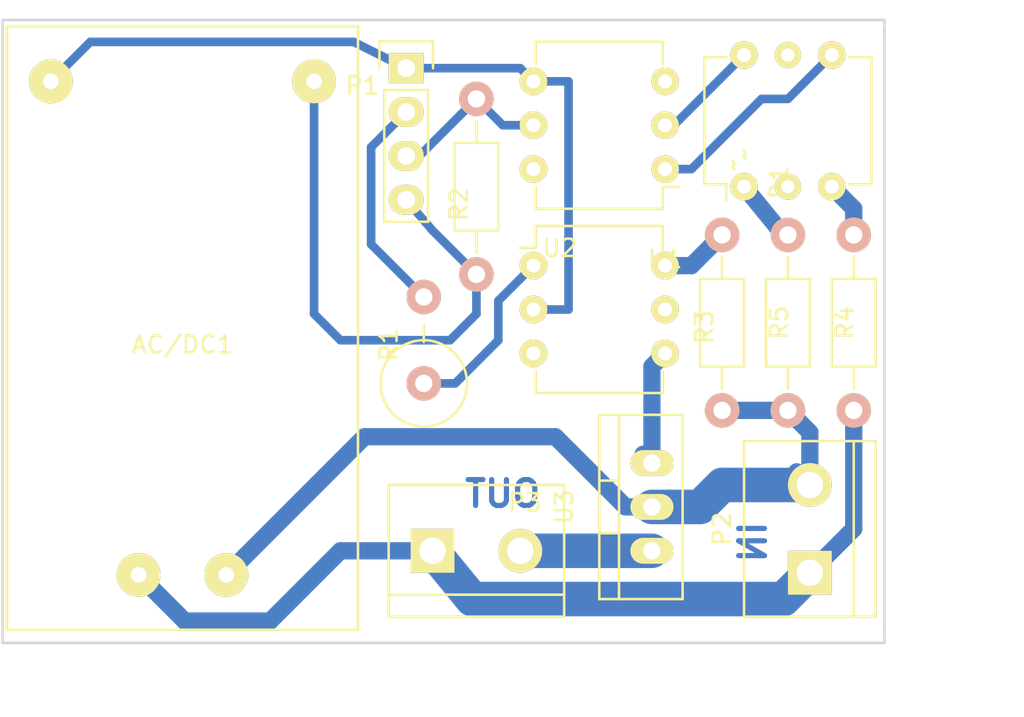
<source format=kicad_pcb>
(kicad_pcb (version 4) (host pcbnew 4.0.1-stable)

  (general
    (links 23)
    (no_connects 0)
    (area 112.954999 98.645 176.148 142.400001)
    (thickness 1.6)
    (drawings 11)
    (tracks 65)
    (zones 0)
    (modules 13)
    (nets 15)
  )

  (page A4)
  (layers
    (0 F.Cu signal)
    (31 B.Cu signal)
    (32 B.Adhes user)
    (33 F.Adhes user)
    (34 B.Paste user)
    (35 F.Paste user)
    (36 B.SilkS user)
    (37 F.SilkS user)
    (38 B.Mask user)
    (39 F.Mask user)
    (40 Dwgs.User user)
    (41 Cmts.User user)
    (42 Eco1.User user)
    (43 Eco2.User user)
    (44 Edge.Cuts user)
    (45 Margin user)
    (46 B.CrtYd user)
    (47 F.CrtYd user)
    (48 B.Fab user)
    (49 F.Fab user)
  )

  (setup
    (last_trace_width 0.5)
    (user_trace_width 0.5)
    (user_trace_width 1)
    (user_trace_width 1.5)
    (user_trace_width 2)
    (user_trace_width 3)
    (user_trace_width 4)
    (trace_clearance 0.2)
    (zone_clearance 0.508)
    (zone_45_only no)
    (trace_min 0.2)
    (segment_width 0.2)
    (edge_width 0.15)
    (via_size 0.6)
    (via_drill 0.4)
    (via_min_size 0.4)
    (via_min_drill 0.3)
    (uvia_size 0.3)
    (uvia_drill 0.1)
    (uvias_allowed no)
    (uvia_min_size 0.2)
    (uvia_min_drill 0.1)
    (pcb_text_width 0.3)
    (pcb_text_size 1.5 1.5)
    (mod_edge_width 0.15)
    (mod_text_size 1 1)
    (mod_text_width 0.15)
    (pad_size 1.524 1.524)
    (pad_drill 0.762)
    (pad_to_mask_clearance 0.2)
    (aux_axis_origin 0 0)
    (visible_elements 7FFFFFFF)
    (pcbplotparams
      (layerselection 0x00030_80000001)
      (usegerberextensions false)
      (excludeedgelayer true)
      (linewidth 0.100000)
      (plotframeref false)
      (viasonmask false)
      (mode 1)
      (useauxorigin false)
      (hpglpennumber 1)
      (hpglpenspeed 20)
      (hpglpendiameter 15)
      (hpglpenoverlay 2)
      (psnegative false)
      (psa4output false)
      (plotreference true)
      (plotvalue true)
      (plotinvisibletext false)
      (padsonsilk false)
      (subtractmaskfromsilk false)
      (outputformat 1)
      (mirror false)
      (drillshape 1)
      (scaleselection 1)
      (outputdirectory ""))
  )

  (net 0 "")
  (net 1 "Net-(D1-Pad2)")
  (net 2 "Net-(D1-Pad4)")
  (net 3 "Net-(P1-Pad2)")
  (net 4 "Net-(P1-Pad3)")
  (net 5 +5V)
  (net 6 "Net-(P3-Pad2)")
  (net 7 "Net-(D1-Pad1)")
  (net 8 "Net-(D1-Pad3)")
  (net 9 GND)
  (net 10 "Net-(R1-Pad1)")
  (net 11 "Net-(R3-Pad2)")
  (net 12 "Net-(U2-Pad4)")
  (net 13 "Net-(AC/DC1-Pad1)")
  (net 14 "Net-(AC/DC1-Pad2)")

  (net_class Default "This is the default net class."
    (clearance 0.2)
    (trace_width 0.5)
    (via_dia 0.6)
    (via_drill 0.4)
    (uvia_dia 0.3)
    (uvia_drill 0.1)
    (add_net +5V)
    (add_net GND)
    (add_net "Net-(AC/DC1-Pad1)")
    (add_net "Net-(AC/DC1-Pad2)")
    (add_net "Net-(D1-Pad1)")
    (add_net "Net-(D1-Pad2)")
    (add_net "Net-(D1-Pad3)")
    (add_net "Net-(D1-Pad4)")
    (add_net "Net-(P1-Pad2)")
    (add_net "Net-(P1-Pad3)")
    (add_net "Net-(P3-Pad2)")
    (add_net "Net-(R1-Pad1)")
    (add_net "Net-(R3-Pad2)")
    (add_net "Net-(U2-Pad4)")
  )

  (net_class 2x ""
    (clearance 0.2)
    (trace_width 1)
    (via_dia 0.6)
    (via_drill 0.4)
    (uvia_dia 0.3)
    (uvia_drill 0.1)
  )

  (net_class 3x ""
    (clearance 0.2)
    (trace_width 1.5)
    (via_dia 0.6)
    (via_drill 0.4)
    (uvia_dia 0.3)
    (uvia_drill 0.1)
  )

  (net_class 4x ""
    (clearance 0.2)
    (trace_width 2)
    (via_dia 0.6)
    (via_drill 0.4)
    (uvia_dia 0.3)
    (uvia_drill 0.1)
  )

  (module Connect:bornier2 (layer F.Cu) (tedit 0) (tstamp 57DCBADA)
    (at 159.766 129.54 90)
    (descr "Bornier d'alimentation 2 pins")
    (tags DEV)
    (path /57DC3258)
    (fp_text reference P2 (at 0 -5.08 90) (layer F.SilkS)
      (effects (font (size 1 1) (thickness 0.15)))
    )
    (fp_text value "INPUT 230V" (at 0 5.08 90) (layer F.Fab)
      (effects (font (size 1 1) (thickness 0.15)))
    )
    (fp_line (start 5.08 2.54) (end -5.08 2.54) (layer F.SilkS) (width 0.15))
    (fp_line (start 5.08 3.81) (end 5.08 -3.81) (layer F.SilkS) (width 0.15))
    (fp_line (start 5.08 -3.81) (end -5.08 -3.81) (layer F.SilkS) (width 0.15))
    (fp_line (start -5.08 -3.81) (end -5.08 3.81) (layer F.SilkS) (width 0.15))
    (fp_line (start -5.08 3.81) (end 5.08 3.81) (layer F.SilkS) (width 0.15))
    (pad 1 thru_hole rect (at -2.54 0 90) (size 2.54 2.54) (drill 1.524) (layers *.Cu *.Mask F.SilkS)
      (net 14 "Net-(AC/DC1-Pad2)"))
    (pad 2 thru_hole circle (at 2.54 0 90) (size 2.54 2.54) (drill 1.524) (layers *.Cu *.Mask F.SilkS)
      (net 13 "Net-(AC/DC1-Pad1)"))
    (model Connect.3dshapes/bornier2.wrl
      (at (xyz 0 0 0))
      (scale (xyz 1 1 1))
      (rotate (xyz 0 0 0))
    )
  )

  (module Connect:bornier2 (layer F.Cu) (tedit 57DC6E0E) (tstamp 57DCBAE5)
    (at 140.462 130.81)
    (descr "Bornier d'alimentation 2 pins")
    (tags DEV)
    (path /57DC32E4)
    (fp_text reference P3 (at 2.794 -2.794) (layer F.SilkS)
      (effects (font (size 1 1) (thickness 0.15)))
    )
    (fp_text value "OUTPUT LOAD" (at 0 5.08) (layer F.Fab)
      (effects (font (size 1 1) (thickness 0.15)))
    )
    (fp_line (start 5.08 2.54) (end -5.08 2.54) (layer F.SilkS) (width 0.15))
    (fp_line (start 5.08 3.81) (end 5.08 -3.81) (layer F.SilkS) (width 0.15))
    (fp_line (start 5.08 -3.81) (end -5.08 -3.81) (layer F.SilkS) (width 0.15))
    (fp_line (start -5.08 -3.81) (end -5.08 3.81) (layer F.SilkS) (width 0.15))
    (fp_line (start -5.08 3.81) (end 5.08 3.81) (layer F.SilkS) (width 0.15))
    (pad 1 thru_hole rect (at -2.54 0) (size 2.54 2.54) (drill 1.524) (layers *.Cu *.Mask F.SilkS)
      (net 14 "Net-(AC/DC1-Pad2)"))
    (pad 2 thru_hole circle (at 2.54 0) (size 2.54 2.54) (drill 1.524) (layers *.Cu *.Mask F.SilkS)
      (net 6 "Net-(P3-Pad2)"))
    (model Connect.3dshapes/bornier2.wrl
      (at (xyz 0 0 0))
      (scale (xyz 1 1 1))
      (rotate (xyz 0 0 0))
    )
  )

  (module Housings_DIP:DIP-6_W7.62mm (layer F.Cu) (tedit 57DC6DCC) (tstamp 57DD1278)
    (at 151.384 108.712 180)
    (descr "6-lead dip package, row spacing 7.62 mm (300 mils)")
    (tags "dil dip 2.54 300")
    (path /57DC31C7)
    (fp_text reference U1 (at 0 -5.22 180) (layer F.SilkS)
      (effects (font (size 1 1) (thickness 0.15)))
    )
    (fp_text value 4N25 (at 2.794 2.54 270) (layer F.Fab)
      (effects (font (size 1 1) (thickness 0.15)))
    )
    (fp_line (start -1.05 -2.45) (end -1.05 7.55) (layer F.CrtYd) (width 0.05))
    (fp_line (start 8.65 -2.45) (end 8.65 7.55) (layer F.CrtYd) (width 0.05))
    (fp_line (start -1.05 -2.45) (end 8.65 -2.45) (layer F.CrtYd) (width 0.05))
    (fp_line (start -1.05 7.55) (end 8.65 7.55) (layer F.CrtYd) (width 0.05))
    (fp_line (start 0.135 -2.295) (end 0.135 -1.025) (layer F.SilkS) (width 0.15))
    (fp_line (start 7.485 -2.295) (end 7.485 -1.025) (layer F.SilkS) (width 0.15))
    (fp_line (start 7.485 7.375) (end 7.485 6.105) (layer F.SilkS) (width 0.15))
    (fp_line (start 0.135 7.375) (end 0.135 6.105) (layer F.SilkS) (width 0.15))
    (fp_line (start 0.135 -2.295) (end 7.485 -2.295) (layer F.SilkS) (width 0.15))
    (fp_line (start 0.135 7.375) (end 7.485 7.375) (layer F.SilkS) (width 0.15))
    (fp_line (start 0.135 -1.025) (end -0.8 -1.025) (layer F.SilkS) (width 0.15))
    (pad 1 thru_hole oval (at 0 0 180) (size 1.6 1.6) (drill 0.8) (layers *.Cu *.Mask F.SilkS)
      (net 8 "Net-(D1-Pad3)"))
    (pad 2 thru_hole oval (at 0 2.54 180) (size 1.6 1.6) (drill 0.8) (layers *.Cu *.Mask F.SilkS)
      (net 2 "Net-(D1-Pad4)"))
    (pad 3 thru_hole oval (at 0 5.08 180) (size 1.6 1.6) (drill 0.8) (layers *.Cu *.Mask F.SilkS))
    (pad 4 thru_hole oval (at 7.62 5.08 180) (size 1.6 1.6) (drill 0.8) (layers *.Cu *.Mask F.SilkS)
      (net 9 GND))
    (pad 5 thru_hole oval (at 7.62 2.54 180) (size 1.6 1.6) (drill 0.8) (layers *.Cu *.Mask F.SilkS)
      (net 4 "Net-(P1-Pad3)"))
    (pad 6 thru_hole oval (at 7.62 0 180) (size 1.6 1.6) (drill 0.8) (layers *.Cu *.Mask F.SilkS))
    (model Housings_DIP.3dshapes/DIP-6_W7.62mm.wrl
      (at (xyz 0 0 0))
      (scale (xyz 1 1 1))
      (rotate (xyz 0 0 0))
    )
  )

  (module Housings_DIP:DIP-6_W7.62mm (layer F.Cu) (tedit 57DC6E2E) (tstamp 57DD128D)
    (at 143.764 114.3)
    (descr "6-lead dip package, row spacing 7.62 mm (300 mils)")
    (tags "dil dip 2.54 300")
    (path /57DC3194)
    (fp_text reference U2 (at 1.524 -1.016) (layer F.SilkS)
      (effects (font (size 1 1) (thickness 0.15)))
    )
    (fp_text value MOC3020M (at 5.08 2.794 90) (layer F.Fab)
      (effects (font (size 1 1) (thickness 0.15)))
    )
    (fp_line (start -1.05 -2.45) (end -1.05 7.55) (layer F.CrtYd) (width 0.05))
    (fp_line (start 8.65 -2.45) (end 8.65 7.55) (layer F.CrtYd) (width 0.05))
    (fp_line (start -1.05 -2.45) (end 8.65 -2.45) (layer F.CrtYd) (width 0.05))
    (fp_line (start -1.05 7.55) (end 8.65 7.55) (layer F.CrtYd) (width 0.05))
    (fp_line (start 0.135 -2.295) (end 0.135 -1.025) (layer F.SilkS) (width 0.15))
    (fp_line (start 7.485 -2.295) (end 7.485 -1.025) (layer F.SilkS) (width 0.15))
    (fp_line (start 7.485 7.375) (end 7.485 6.105) (layer F.SilkS) (width 0.15))
    (fp_line (start 0.135 7.375) (end 0.135 6.105) (layer F.SilkS) (width 0.15))
    (fp_line (start 0.135 -2.295) (end 7.485 -2.295) (layer F.SilkS) (width 0.15))
    (fp_line (start 0.135 7.375) (end 7.485 7.375) (layer F.SilkS) (width 0.15))
    (fp_line (start 0.135 -1.025) (end -0.8 -1.025) (layer F.SilkS) (width 0.15))
    (pad 1 thru_hole oval (at 0 0) (size 1.6 1.6) (drill 0.8) (layers *.Cu *.Mask F.SilkS)
      (net 10 "Net-(R1-Pad1)"))
    (pad 2 thru_hole oval (at 0 2.54) (size 1.6 1.6) (drill 0.8) (layers *.Cu *.Mask F.SilkS)
      (net 9 GND))
    (pad 3 thru_hole oval (at 0 5.08) (size 1.6 1.6) (drill 0.8) (layers *.Cu *.Mask F.SilkS))
    (pad 4 thru_hole oval (at 7.62 5.08) (size 1.6 1.6) (drill 0.8) (layers *.Cu *.Mask F.SilkS)
      (net 12 "Net-(U2-Pad4)"))
    (pad 5 thru_hole oval (at 7.62 2.54) (size 1.6 1.6) (drill 0.8) (layers *.Cu *.Mask F.SilkS))
    (pad 6 thru_hole oval (at 7.62 0) (size 1.6 1.6) (drill 0.8) (layers *.Cu *.Mask F.SilkS)
      (net 11 "Net-(R3-Pad2)"))
    (model Housings_DIP.3dshapes/DIP-6_W7.62mm.wrl
      (at (xyz 0 0 0))
      (scale (xyz 1 1 1))
      (rotate (xyz 0 0 0))
    )
  )

  (module TO_SOT_Packages_THT:TO-220_Neutral123_Vertical (layer F.Cu) (tedit 57DC6E43) (tstamp 57DD6BBF)
    (at 150.622 128.27 90)
    (descr "TO-220, Neutral, Vertical,")
    (tags "TO-220, Neutral, Vertical,")
    (path /57DC3131)
    (fp_text reference U3 (at 0 -5.08 90) (layer F.SilkS)
      (effects (font (size 1 1) (thickness 0.15)))
    )
    (fp_text value TRIAC (at -0.762 -2.794 90) (layer F.Fab)
      (effects (font (size 1 1) (thickness 0.15)))
    )
    (fp_line (start -1.524 -3.048) (end -1.524 -1.905) (layer F.SilkS) (width 0.15))
    (fp_line (start 1.524 -3.048) (end 1.524 -1.905) (layer F.SilkS) (width 0.15))
    (fp_line (start 5.334 -1.905) (end 5.334 1.778) (layer F.SilkS) (width 0.15))
    (fp_line (start 5.334 1.778) (end -5.334 1.778) (layer F.SilkS) (width 0.15))
    (fp_line (start -5.334 1.778) (end -5.334 -1.905) (layer F.SilkS) (width 0.15))
    (fp_line (start 5.334 -3.048) (end 5.334 -1.905) (layer F.SilkS) (width 0.15))
    (fp_line (start 5.334 -1.905) (end -5.334 -1.905) (layer F.SilkS) (width 0.15))
    (fp_line (start -5.334 -1.905) (end -5.334 -3.048) (layer F.SilkS) (width 0.15))
    (fp_line (start 0 -3.048) (end -5.334 -3.048) (layer F.SilkS) (width 0.15))
    (fp_line (start 0 -3.048) (end 5.334 -3.048) (layer F.SilkS) (width 0.15))
    (pad 2 thru_hole oval (at 0 0 180) (size 2.49936 1.50114) (drill 1.00076) (layers *.Cu *.Mask F.SilkS)
      (net 13 "Net-(AC/DC1-Pad1)"))
    (pad 1 thru_hole oval (at -2.54 0 180) (size 2.49936 1.50114) (drill 1.00076) (layers *.Cu *.Mask F.SilkS)
      (net 6 "Net-(P3-Pad2)"))
    (pad 3 thru_hole oval (at 2.54 0 180) (size 2.49936 1.50114) (drill 1.00076) (layers *.Cu *.Mask F.SilkS)
      (net 12 "Net-(U2-Pad4)"))
    (model TO_SOT_Packages_THT.3dshapes/TO-220_Neutral123_Vertical.wrl
      (at (xyz 0 0 0))
      (scale (xyz 0.3937 0.3937 0.3937))
      (rotate (xyz 0 0 0))
    )
  )

  (module Pin_Headers:Pin_Header_Straight_1x04 (layer F.Cu) (tedit 57DC6E38) (tstamp 57DE2D37)
    (at 136.398 102.87)
    (descr "Through hole pin header")
    (tags "pin header")
    (path /57DC618A)
    (fp_text reference P1 (at -2.54 1.016) (layer F.SilkS)
      (effects (font (size 1 1) (thickness 0.15)))
    )
    (fp_text value Controller (at 0 -3.1) (layer F.Fab)
      (effects (font (size 1 1) (thickness 0.15)))
    )
    (fp_line (start -1.75 -1.75) (end -1.75 9.4) (layer F.CrtYd) (width 0.05))
    (fp_line (start 1.75 -1.75) (end 1.75 9.4) (layer F.CrtYd) (width 0.05))
    (fp_line (start -1.75 -1.75) (end 1.75 -1.75) (layer F.CrtYd) (width 0.05))
    (fp_line (start -1.75 9.4) (end 1.75 9.4) (layer F.CrtYd) (width 0.05))
    (fp_line (start -1.27 1.27) (end -1.27 8.89) (layer F.SilkS) (width 0.15))
    (fp_line (start 1.27 1.27) (end 1.27 8.89) (layer F.SilkS) (width 0.15))
    (fp_line (start 1.55 -1.55) (end 1.55 0) (layer F.SilkS) (width 0.15))
    (fp_line (start -1.27 8.89) (end 1.27 8.89) (layer F.SilkS) (width 0.15))
    (fp_line (start 1.27 1.27) (end -1.27 1.27) (layer F.SilkS) (width 0.15))
    (fp_line (start -1.55 0) (end -1.55 -1.55) (layer F.SilkS) (width 0.15))
    (fp_line (start -1.55 -1.55) (end 1.55 -1.55) (layer F.SilkS) (width 0.15))
    (pad 1 thru_hole rect (at 0 0) (size 2.032 1.7272) (drill 1.016) (layers *.Cu *.Mask F.SilkS)
      (net 9 GND))
    (pad 2 thru_hole oval (at 0 2.54) (size 2.032 1.7272) (drill 1.016) (layers *.Cu *.Mask F.SilkS)
      (net 3 "Net-(P1-Pad2)"))
    (pad 3 thru_hole oval (at 0 5.08) (size 2.032 1.7272) (drill 1.016) (layers *.Cu *.Mask F.SilkS)
      (net 4 "Net-(P1-Pad3)"))
    (pad 4 thru_hole oval (at 0 7.62) (size 2.032 1.7272) (drill 1.016) (layers *.Cu *.Mask F.SilkS)
      (net 5 +5V))
    (model Pin_Headers.3dshapes/Pin_Header_Straight_1x04.wrl
      (at (xyz 0 -0.15 0))
      (scale (xyz 1 1 1))
      (rotate (xyz 0 0 90))
    )
  )

  (module Resistors_ThroughHole:Resistor_Horizontal_RM10mm (layer F.Cu) (tedit 57DC6E1E) (tstamp 57DE87C9)
    (at 140.462 109.728 90)
    (descr "Resistor, Axial,  RM 10mm, 1/3W,")
    (tags "Resistor, Axial, RM 10mm, 1/3W,")
    (path /57DC332C)
    (fp_text reference R2 (at -1.016 -1.016 90) (layer F.SilkS)
      (effects (font (size 1 1) (thickness 0.15)))
    )
    (fp_text value 10k (at -0.508 0.508 90) (layer F.Fab)
      (effects (font (size 1 1) (thickness 0.15)))
    )
    (fp_line (start -2.54 -1.27) (end 2.54 -1.27) (layer F.SilkS) (width 0.15))
    (fp_line (start 2.54 -1.27) (end 2.54 1.27) (layer F.SilkS) (width 0.15))
    (fp_line (start 2.54 1.27) (end -2.54 1.27) (layer F.SilkS) (width 0.15))
    (fp_line (start -2.54 1.27) (end -2.54 -1.27) (layer F.SilkS) (width 0.15))
    (fp_line (start -2.54 0) (end -3.81 0) (layer F.SilkS) (width 0.15))
    (fp_line (start 2.54 0) (end 3.81 0) (layer F.SilkS) (width 0.15))
    (pad 1 thru_hole circle (at -5.08 0 90) (size 1.99898 1.99898) (drill 1.00076) (layers *.Cu *.SilkS *.Mask)
      (net 5 +5V))
    (pad 2 thru_hole circle (at 5.08 0 90) (size 1.99898 1.99898) (drill 1.00076) (layers *.Cu *.SilkS *.Mask)
      (net 4 "Net-(P1-Pad3)"))
    (model Resistors_ThroughHole.3dshapes/Resistor_Horizontal_RM10mm.wrl
      (at (xyz 0 0 0))
      (scale (xyz 0.4 0.4 0.4))
      (rotate (xyz 0 0 0))
    )
  )

  (module Resistors_ThroughHole:Resistor_Vertical_RM5mm (layer F.Cu) (tedit 57DC6E09) (tstamp 57DF35A8)
    (at 137.414 118.618 90)
    (descr "Resistor, Vertical, RM 5mm, 1/3W,")
    (tags "Resistor, Vertical, RM 5mm, 1/3W,")
    (path /57DC3410)
    (fp_text reference R1 (at -0.254 -2.032 90) (layer F.SilkS)
      (effects (font (size 1 1) (thickness 0.15)))
    )
    (fp_text value 330 (at -3.302 3.302 90) (layer F.Fab)
      (effects (font (size 1 1) (thickness 0.15)))
    )
    (fp_line (start -0.09906 0) (end 0.9017 0) (layer F.SilkS) (width 0.15))
    (fp_circle (center -2.49936 0) (end 0 0) (layer F.SilkS) (width 0.15))
    (pad 1 thru_hole circle (at -2.49936 0 90) (size 1.99898 1.99898) (drill 1.00076) (layers *.Cu *.SilkS *.Mask)
      (net 10 "Net-(R1-Pad1)"))
    (pad 2 thru_hole circle (at 2.5019 0 90) (size 1.99898 1.99898) (drill 1.00076) (layers *.Cu *.SilkS *.Mask)
      (net 3 "Net-(P1-Pad2)"))
  )

  (module Resistors_ThroughHole:Resistor_Horizontal_RM10mm (layer F.Cu) (tedit 57DC6DEF) (tstamp 57DF6194)
    (at 162.306 117.602 90)
    (descr "Resistor, Axial,  RM 10mm, 1/3W,")
    (tags "Resistor, Axial, RM 10mm, 1/3W,")
    (path /57DC3466)
    (fp_text reference R4 (at 0 -0.508 90) (layer F.SilkS)
      (effects (font (size 1 1) (thickness 0.15)))
    )
    (fp_text value 47k (at 0 0.762 90) (layer F.Fab)
      (effects (font (size 1 1) (thickness 0.15)))
    )
    (fp_line (start -2.54 -1.27) (end 2.54 -1.27) (layer F.SilkS) (width 0.15))
    (fp_line (start 2.54 -1.27) (end 2.54 1.27) (layer F.SilkS) (width 0.15))
    (fp_line (start 2.54 1.27) (end -2.54 1.27) (layer F.SilkS) (width 0.15))
    (fp_line (start -2.54 1.27) (end -2.54 -1.27) (layer F.SilkS) (width 0.15))
    (fp_line (start -2.54 0) (end -3.81 0) (layer F.SilkS) (width 0.15))
    (fp_line (start 2.54 0) (end 3.81 0) (layer F.SilkS) (width 0.15))
    (pad 1 thru_hole circle (at -5.08 0 90) (size 1.99898 1.99898) (drill 1.00076) (layers *.Cu *.SilkS *.Mask)
      (net 14 "Net-(AC/DC1-Pad2)"))
    (pad 2 thru_hole circle (at 5.08 0 90) (size 1.99898 1.99898) (drill 1.00076) (layers *.Cu *.SilkS *.Mask)
      (net 1 "Net-(D1-Pad2)"))
    (model Resistors_ThroughHole.3dshapes/Resistor_Horizontal_RM10mm.wrl
      (at (xyz 0 0 0))
      (scale (xyz 0.4 0.4 0.4))
      (rotate (xyz 0 0 0))
    )
  )

  (module Resistors_ThroughHole:Resistor_Horizontal_RM10mm (layer F.Cu) (tedit 57DC6DF5) (tstamp 57DF6199)
    (at 158.496 117.602 90)
    (descr "Resistor, Axial,  RM 10mm, 1/3W,")
    (tags "Resistor, Axial, RM 10mm, 1/3W,")
    (path /57DC351F)
    (fp_text reference R5 (at 0 -0.508 90) (layer F.SilkS)
      (effects (font (size 1 1) (thickness 0.15)))
    )
    (fp_text value 47k (at 0 0.508 90) (layer F.Fab)
      (effects (font (size 1 1) (thickness 0.15)))
    )
    (fp_line (start -2.54 -1.27) (end 2.54 -1.27) (layer F.SilkS) (width 0.15))
    (fp_line (start 2.54 -1.27) (end 2.54 1.27) (layer F.SilkS) (width 0.15))
    (fp_line (start 2.54 1.27) (end -2.54 1.27) (layer F.SilkS) (width 0.15))
    (fp_line (start -2.54 1.27) (end -2.54 -1.27) (layer F.SilkS) (width 0.15))
    (fp_line (start -2.54 0) (end -3.81 0) (layer F.SilkS) (width 0.15))
    (fp_line (start 2.54 0) (end 3.81 0) (layer F.SilkS) (width 0.15))
    (pad 1 thru_hole circle (at -5.08 0 90) (size 1.99898 1.99898) (drill 1.00076) (layers *.Cu *.SilkS *.Mask)
      (net 13 "Net-(AC/DC1-Pad1)"))
    (pad 2 thru_hole circle (at 5.08 0 90) (size 1.99898 1.99898) (drill 1.00076) (layers *.Cu *.SilkS *.Mask)
      (net 7 "Net-(D1-Pad1)"))
    (model Resistors_ThroughHole.3dshapes/Resistor_Horizontal_RM10mm.wrl
      (at (xyz 0 0 0))
      (scale (xyz 0.4 0.4 0.4))
      (rotate (xyz 0 0 0))
    )
  )

  (module Resistors_ThroughHole:Resistor_Horizontal_RM10mm (layer F.Cu) (tedit 57DC6DFE) (tstamp 57DF8D4E)
    (at 154.686 117.602 90)
    (descr "Resistor, Axial,  RM 10mm, 1/3W,")
    (tags "Resistor, Axial, RM 10mm, 1/3W,")
    (path /57DC33B1)
    (fp_text reference R3 (at -0.254 -1.016 90) (layer F.SilkS)
      (effects (font (size 1 1) (thickness 0.15)))
    )
    (fp_text value 360 (at 0 0.508 90) (layer F.Fab)
      (effects (font (size 1 1) (thickness 0.15)))
    )
    (fp_line (start -2.54 -1.27) (end 2.54 -1.27) (layer F.SilkS) (width 0.15))
    (fp_line (start 2.54 -1.27) (end 2.54 1.27) (layer F.SilkS) (width 0.15))
    (fp_line (start 2.54 1.27) (end -2.54 1.27) (layer F.SilkS) (width 0.15))
    (fp_line (start -2.54 1.27) (end -2.54 -1.27) (layer F.SilkS) (width 0.15))
    (fp_line (start -2.54 0) (end -3.81 0) (layer F.SilkS) (width 0.15))
    (fp_line (start 2.54 0) (end 3.81 0) (layer F.SilkS) (width 0.15))
    (pad 1 thru_hole circle (at -5.08 0 90) (size 1.99898 1.99898) (drill 1.00076) (layers *.Cu *.SilkS *.Mask)
      (net 13 "Net-(AC/DC1-Pad1)"))
    (pad 2 thru_hole circle (at 5.08 0 90) (size 1.99898 1.99898) (drill 1.00076) (layers *.Cu *.SilkS *.Mask)
      (net 11 "Net-(R3-Pad2)"))
    (model Resistors_ThroughHole.3dshapes/Resistor_Horizontal_RM10mm.wrl
      (at (xyz 0 0 0))
      (scale (xyz 0.4 0.4 0.4))
      (rotate (xyz 0 0 0))
    )
  )

  (module DIP4-6:HLK-PM01 (layer F.Cu) (tedit 57DCDEA2) (tstamp 57DCE10F)
    (at 123.444 117.602)
    (path /57DCD9E9)
    (fp_text reference AC/DC1 (at 0 1.27) (layer F.SilkS)
      (effects (font (size 1 1) (thickness 0.15)))
    )
    (fp_text value HLK-PM01 (at 0 -0.5) (layer F.Fab)
      (effects (font (size 1 1) (thickness 0.15)))
    )
    (fp_line (start -10.16 -17.145) (end 10.16 -17.145) (layer F.SilkS) (width 0.15))
    (fp_line (start 10.16 -17.145) (end 10.16 17.78) (layer F.SilkS) (width 0.15))
    (fp_line (start 10.16 17.78) (end -10.16 17.78) (layer F.SilkS) (width 0.15))
    (fp_line (start -10.16 17.78) (end -10.16 -17.145) (layer F.SilkS) (width 0.15))
    (pad 1 thru_hole circle (at 2.54 14.605) (size 2.54 2.54) (drill 0.9) (layers *.Cu *.Mask F.SilkS)
      (net 13 "Net-(AC/DC1-Pad1)"))
    (pad 2 thru_hole circle (at -2.54 14.605) (size 2.54 2.54) (drill 0.9) (layers *.Cu *.Mask F.SilkS)
      (net 14 "Net-(AC/DC1-Pad2)"))
    (pad 3 thru_hole circle (at 7.62 -13.97) (size 2.54 2.54) (drill 0.9) (layers *.Cu *.Mask F.SilkS)
      (net 5 +5V))
    (pad 4 thru_hole circle (at -7.62 -13.97) (size 2.54 2.54) (drill 0.9) (layers *.Cu *.Mask F.SilkS)
      (net 9 GND))
  )

  (module DIP4-6:DIP-4-6_W7.62mm (layer F.Cu) (tedit 57DCE428) (tstamp 57DE5BB8)
    (at 155.956 109.728 90)
    (descr "4-lead dip package in 6-lead house, row spacing 7.62 mm (300 mils)")
    (tags "dil dip 2.54 300")
    (path /57DC7C7B)
    (fp_text reference D1 (at 0.254 2.032 90) (layer F.SilkS)
      (effects (font (size 1 1) (thickness 0.15)))
    )
    (fp_text value DB107 (at 3.302 3.556 180) (layer F.Fab)
      (effects (font (size 1 1) (thickness 0.15)))
    )
    (fp_text user ~ (at 1.905 0 90) (layer F.SilkS)
      (effects (font (size 1 1) (thickness 0.15)))
    )
    (fp_text user ~ (at 1.27 -0.635 90) (layer F.SilkS)
      (effects (font (size 1 1) (thickness 0.15)))
    )
    (fp_line (start -1.05 -2.45) (end -1.05 7.55) (layer F.CrtYd) (width 0.05))
    (fp_line (start 8.65 -2.45) (end 8.65 7.55) (layer F.CrtYd) (width 0.05))
    (fp_line (start -1.05 -2.45) (end 8.65 -2.45) (layer F.CrtYd) (width 0.05))
    (fp_line (start -1.05 7.55) (end 8.65 7.55) (layer F.CrtYd) (width 0.05))
    (fp_line (start 0.135 -2.295) (end 0.135 -1.025) (layer F.SilkS) (width 0.15))
    (fp_line (start 7.485 -2.295) (end 7.485 -1.025) (layer F.SilkS) (width 0.15))
    (fp_line (start 7.485 7.375) (end 7.485 6.105) (layer F.SilkS) (width 0.15))
    (fp_line (start 0.135 7.375) (end 0.135 6.105) (layer F.SilkS) (width 0.15))
    (fp_line (start 0.135 -2.295) (end 7.485 -2.295) (layer F.SilkS) (width 0.15))
    (fp_line (start 0.135 7.375) (end 7.485 7.375) (layer F.SilkS) (width 0.15))
    (fp_line (start 0.135 -1.025) (end -0.8 -1.025) (layer F.SilkS) (width 0.15))
    (pad 1 thru_hole oval (at 0 0 90) (size 1.6 1.6) (drill 0.8) (layers *.Cu *.Mask F.SilkS)
      (net 7 "Net-(D1-Pad1)"))
    (pad 2 thru_hole oval (at 0 5.08 90) (size 1.6 1.6) (drill 0.8) (layers *.Cu *.Mask F.SilkS)
      (net 1 "Net-(D1-Pad2)"))
    (pad 3 thru_hole oval (at 7.62 5.08 90) (size 1.6 1.6) (drill 0.8) (layers *.Cu *.Mask F.SilkS)
      (net 8 "Net-(D1-Pad3)"))
    (pad 4 thru_hole oval (at 7.62 0 90) (size 1.6 1.6) (drill 0.8) (layers *.Cu *.Mask F.SilkS)
      (net 2 "Net-(D1-Pad4)"))
    (pad "" thru_hole circle (at 0 2.54 90) (size 1.524 1.524) (drill 0.762) (layers *.Cu *.Mask F.SilkS))
    (pad "" thru_hole circle (at 7.62 2.54 90) (size 1.524 1.524) (drill 0.762) (layers *.Cu *.Mask F.SilkS))
    (model Housings_DIP.3dshapes/DIP-6_W7.62mm.wrl
      (at (xyz 0 0 0))
      (scale (xyz 1 1 1))
      (rotate (xyz 0 0 0))
    )
  )

  (dimension 36.068 (width 0.3) (layer Dwgs.User)
    (gr_text "36.068 mm" (at 169.498 118.11 90) (layer Dwgs.User)
      (effects (font (size 1.5 1.5) (thickness 0.3)))
    )
    (feature1 (pts (xy 164.592 100.076) (xy 170.848 100.076)))
    (feature2 (pts (xy 164.592 136.144) (xy 170.848 136.144)))
    (crossbar (pts (xy 168.148 136.144) (xy 168.148 100.076)))
    (arrow1a (pts (xy 168.148 100.076) (xy 168.734421 101.202504)))
    (arrow1b (pts (xy 168.148 100.076) (xy 167.561579 101.202504)))
    (arrow2a (pts (xy 168.148 136.144) (xy 168.734421 135.017496)))
    (arrow2b (pts (xy 168.148 136.144) (xy 167.561579 135.017496)))
  )
  (dimension 51.054 (width 0.3) (layer Dwgs.User)
    (gr_text "51.054 mm" (at 138.557 141.05) (layer Dwgs.User)
      (effects (font (size 1.5 1.5) (thickness 0.3)))
    )
    (feature1 (pts (xy 164.084 136.652) (xy 164.084 142.4)))
    (feature2 (pts (xy 113.03 136.652) (xy 113.03 142.4)))
    (crossbar (pts (xy 113.03 139.7) (xy 164.084 139.7)))
    (arrow1a (pts (xy 164.084 139.7) (xy 162.957496 140.286421)))
    (arrow1b (pts (xy 164.084 139.7) (xy 162.957496 139.113579)))
    (arrow2a (pts (xy 113.03 139.7) (xy 114.156504 140.286421)))
    (arrow2b (pts (xy 113.03 139.7) (xy 114.156504 139.113579)))
  )
  (gr_line (start 164.084 136.144) (end 113.03 136.144) (angle 90) (layer Edge.Cuts) (width 0.15))
  (gr_line (start 113.03 100.076) (end 113.03 100.584) (angle 90) (layer Edge.Cuts) (width 0.15))
  (gr_line (start 164.084 100.076) (end 113.03 100.076) (angle 90) (layer Edge.Cuts) (width 0.15))
  (gr_line (start 164.084 100.838) (end 164.084 100.076) (angle 90) (layer Edge.Cuts) (width 0.15))
  (gr_line (start 113.03 100.584) (end 113.03 136.144) (angle 90) (layer Edge.Cuts) (width 0.15))
  (gr_line (start 164.084 136.144) (end 164.084 135.382) (angle 90) (layer Edge.Cuts) (width 0.15))
  (gr_line (start 164.084 135.382) (end 164.084 100.584) (angle 90) (layer Edge.Cuts) (width 0.15))
  (gr_text IN (at 156.464 130.302 90) (layer B.Cu)
    (effects (font (size 1.5 1.5) (thickness 0.3)) (justify mirror))
  )
  (gr_text OUT (at 141.986 127.508) (layer B.Cu)
    (effects (font (size 1.5 1.5) (thickness 0.3)) (justify mirror))
  )

  (segment (start 162.306 112.522) (end 162.306 110.998) (width 1) (layer B.Cu) (net 1))
  (segment (start 162.306 110.998) (end 161.036 109.728) (width 1) (layer B.Cu) (net 1) (tstamp 57DF8E29))
  (segment (start 151.384 106.172) (end 151.892 106.172) (width 0.5) (layer B.Cu) (net 2))
  (segment (start 151.892 106.172) (end 155.956 102.108) (width 0.5) (layer B.Cu) (net 2) (tstamp 57DF8E2C))
  (segment (start 136.398 105.41) (end 134.366 107.442) (width 0.5) (layer B.Cu) (net 3))
  (segment (start 134.366 113.0681) (end 137.414 116.1161) (width 0.5) (layer B.Cu) (net 3) (tstamp 57DCE76F))
  (segment (start 134.366 107.442) (end 134.366 113.0681) (width 0.5) (layer B.Cu) (net 3) (tstamp 57DCE760))
  (segment (start 136.398 107.95) (end 137.16 107.95) (width 0.5) (layer B.Cu) (net 4))
  (segment (start 137.16 107.95) (end 140.462 104.648) (width 0.5) (layer B.Cu) (net 4) (tstamp 57DCE778))
  (segment (start 143.764 106.172) (end 141.986 106.172) (width 0.5) (layer B.Cu) (net 4))
  (segment (start 141.986 106.172) (end 140.462 104.648) (width 0.5) (layer B.Cu) (net 4) (tstamp 57DF8E3D))
  (segment (start 140.462 114.808) (end 140.462 117.094) (width 0.5) (layer B.Cu) (net 5))
  (segment (start 131.064 117.094) (end 131.064 103.632) (width 0.5) (layer B.Cu) (net 5) (tstamp 57DCE4DA))
  (segment (start 132.588 118.618) (end 131.064 117.094) (width 0.5) (layer B.Cu) (net 5) (tstamp 57DCE4D8))
  (segment (start 138.938 118.618) (end 132.588 118.618) (width 0.5) (layer B.Cu) (net 5) (tstamp 57DCE4D7))
  (segment (start 140.462 117.094) (end 138.938 118.618) (width 0.5) (layer B.Cu) (net 5) (tstamp 57DCE4D6))
  (segment (start 140.462 114.808) (end 137.922 112.268) (width 0.5) (layer B.Cu) (net 5))
  (segment (start 137.922 112.268) (end 136.398 110.49) (width 0.5) (layer B.Cu) (net 5) (tstamp 57DF8E44) (status 20))
  (segment (start 143.002 130.81) (end 150.622 130.81) (width 2) (layer B.Cu) (net 6))
  (segment (start 158.496 112.522) (end 158.242 112.522) (width 1) (layer B.Cu) (net 7) (status 30))
  (segment (start 158.242 112.522) (end 155.956 109.728) (width 1) (layer B.Cu) (net 7) (tstamp 57DF8E26) (status 10))
  (segment (start 151.384 108.712) (end 152.908 108.712) (width 0.5) (layer B.Cu) (net 8))
  (segment (start 158.496 104.648) (end 161.036 102.108) (width 0.5) (layer B.Cu) (net 8) (tstamp 57DCE4C4))
  (segment (start 156.972 104.648) (end 158.496 104.648) (width 0.5) (layer B.Cu) (net 8) (tstamp 57DCE4C2))
  (segment (start 152.908 108.712) (end 156.972 104.648) (width 0.5) (layer B.Cu) (net 8) (tstamp 57DCE4C1))
  (segment (start 136.398 102.87) (end 143.002 102.87) (width 0.5) (layer B.Cu) (net 9))
  (segment (start 143.002 102.87) (end 143.764 103.632) (width 0.5) (layer B.Cu) (net 9) (tstamp 57DCE785))
  (segment (start 115.824 103.632) (end 118.11 101.346) (width 0.5) (layer B.Cu) (net 9))
  (segment (start 133.35 101.346) (end 136.398 102.87) (width 0.5) (layer B.Cu) (net 9) (tstamp 57DCE4E8) (status 20))
  (segment (start 118.11 101.346) (end 133.35 101.346) (width 0.5) (layer B.Cu) (net 9) (tstamp 57DCE4E1))
  (segment (start 143.764 116.84) (end 145.796 116.84) (width 0.5) (layer B.Cu) (net 9))
  (segment (start 145.796 103.632) (end 143.764 103.632) (width 0.5) (layer B.Cu) (net 9) (tstamp 57DF8E36))
  (segment (start 145.796 104.902) (end 145.796 103.632) (width 0.5) (layer B.Cu) (net 9) (tstamp 57DF8E35))
  (segment (start 145.796 116.078) (end 145.796 104.902) (width 0.5) (layer B.Cu) (net 9) (tstamp 57DF8E34))
  (segment (start 145.796 116.84) (end 145.796 116.078) (width 0.5) (layer B.Cu) (net 9) (tstamp 57DF8E33))
  (segment (start 143.764 103.632) (end 143.764 103.124) (width 0.5) (layer B.Cu) (net 9) (status 30))
  (segment (start 143.764 114.3) (end 141.732 116.332) (width 0.5) (layer B.Cu) (net 10))
  (segment (start 139.23264 121.11736) (end 137.414 121.11736) (width 0.5) (layer B.Cu) (net 10) (tstamp 57DCE4D3))
  (segment (start 141.732 118.618) (end 139.23264 121.11736) (width 0.5) (layer B.Cu) (net 10) (tstamp 57DCE4D2))
  (segment (start 141.732 116.332) (end 141.732 118.618) (width 0.5) (layer B.Cu) (net 10) (tstamp 57DCE4D1))
  (segment (start 151.384 114.3) (end 152.908 114.3) (width 1) (layer B.Cu) (net 11))
  (segment (start 152.908 114.3) (end 154.686 112.522) (width 1) (layer B.Cu) (net 11) (tstamp 57DF8E23))
  (segment (start 150.622 125.73) (end 150.622 120.142) (width 1) (layer B.Cu) (net 12))
  (segment (start 150.622 120.142) (end 151.384 119.38) (width 1) (layer B.Cu) (net 12) (tstamp 57DF8E20))
  (segment (start 150.622 125.73) (end 150.114 125.222) (width 1) (layer B.Cu) (net 12) (status 10))
  (segment (start 158.496 122.682) (end 159.766 123.952) (width 1) (layer B.Cu) (net 13))
  (segment (start 159.766 123.952) (end 159.766 127) (width 1) (layer B.Cu) (net 13) (tstamp 57DCE80F))
  (segment (start 150.622 128.27) (end 149.098 128.27) (width 1) (layer B.Cu) (net 13))
  (segment (start 133.985 124.206) (end 125.984 132.207) (width 1) (layer B.Cu) (net 13) (tstamp 57DCE51B))
  (segment (start 145.034 124.206) (end 133.985 124.206) (width 1) (layer B.Cu) (net 13) (tstamp 57DCE513))
  (segment (start 149.098 128.27) (end 145.034 124.206) (width 1) (layer B.Cu) (net 13) (tstamp 57DCE50B))
  (segment (start 154.686 122.682) (end 158.496 122.682) (width 1) (layer B.Cu) (net 13) (status 20))
  (segment (start 159.766 127) (end 159.004 126.238) (width 1) (layer B.Cu) (net 13))
  (segment (start 150.622 128.27) (end 153.416 128.27) (width 2) (layer B.Cu) (net 13))
  (segment (start 153.416 128.27) (end 154.686 127) (width 2) (layer B.Cu) (net 13) (tstamp 57DF8E12))
  (segment (start 154.686 127) (end 159.766 127) (width 2) (layer B.Cu) (net 13) (tstamp 57DF8E13))
  (segment (start 120.904 132.207) (end 123.571 134.874) (width 1) (layer B.Cu) (net 14))
  (segment (start 132.588 130.81) (end 137.922 130.81) (width 1) (layer B.Cu) (net 14) (tstamp 57DCE5B4))
  (segment (start 128.524 134.874) (end 132.588 130.81) (width 1) (layer B.Cu) (net 14) (tstamp 57DCE5AA))
  (segment (start 123.571 134.874) (end 128.524 134.874) (width 1) (layer B.Cu) (net 14) (tstamp 57DCE5A0))
  (segment (start 159.766 132.08) (end 162.306 129.54) (width 1) (layer B.Cu) (net 14))
  (segment (start 162.306 129.54) (end 162.306 122.682) (width 1) (layer B.Cu) (net 14) (tstamp 57DF8E16))
  (segment (start 137.922 130.81) (end 140.208 133.604) (width 2) (layer B.Cu) (net 14) (status 10))
  (segment (start 158.242 133.604) (end 159.766 132.08) (width 2) (layer B.Cu) (net 14) (tstamp 57DF8E0B))
  (segment (start 140.208 133.604) (end 158.242 133.604) (width 2) (layer B.Cu) (net 14) (tstamp 57DF8E0A))

)

</source>
